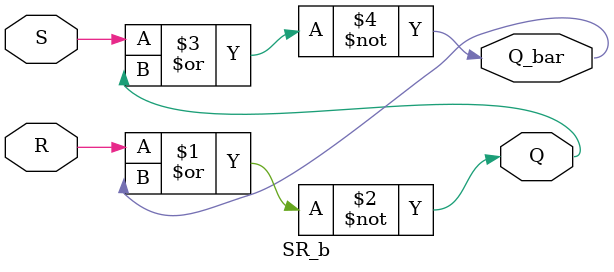
<source format=v>
module SR_b(output Q, output Q_bar, input S, input R);
    nor(Q,R,Q_bar);
    nor(Q_bar,S,Q);
endmodule
</source>
